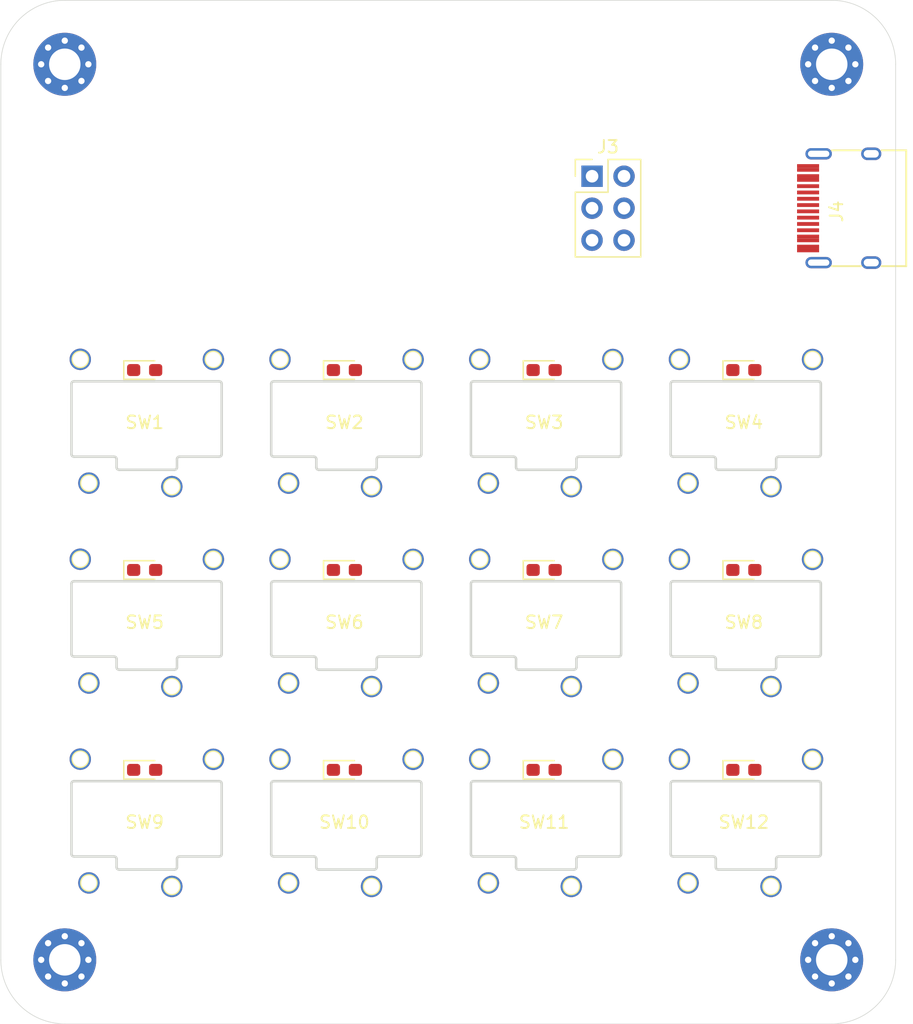
<source format=kicad_pcb>
(kicad_pcb (version 20171130) (host pcbnew "(5.1.9)-1")

  (general
    (thickness 1.6)
    (drawings 8)
    (tracks 0)
    (zones 0)
    (modules 18)
    (nets 26)
  )

  (page A4)
  (layers
    (0 F.Cu signal)
    (31 B.Cu signal)
    (32 B.Adhes user)
    (33 F.Adhes user)
    (34 B.Paste user)
    (35 F.Paste user)
    (36 B.SilkS user)
    (37 F.SilkS user)
    (38 B.Mask user)
    (39 F.Mask user)
    (40 Dwgs.User user)
    (41 Cmts.User user)
    (42 Eco1.User user)
    (43 Eco2.User user)
    (44 Edge.Cuts user)
    (45 Margin user)
    (46 B.CrtYd user)
    (47 F.CrtYd user)
    (48 B.Fab user)
    (49 F.Fab user)
  )

  (setup
    (last_trace_width 0.25)
    (trace_clearance 0.2)
    (zone_clearance 0.508)
    (zone_45_only no)
    (trace_min 0.2)
    (via_size 0.8)
    (via_drill 0.4)
    (via_min_size 0.4)
    (via_min_drill 0.3)
    (uvia_size 0.3)
    (uvia_drill 0.1)
    (uvias_allowed no)
    (uvia_min_size 0.2)
    (uvia_min_drill 0.1)
    (edge_width 0.05)
    (segment_width 0.2)
    (pcb_text_width 0.3)
    (pcb_text_size 1.5 1.5)
    (mod_edge_width 0.12)
    (mod_text_size 1 1)
    (mod_text_width 0.15)
    (pad_size 1.524 1.524)
    (pad_drill 0.762)
    (pad_to_mask_clearance 0)
    (aux_axis_origin 0 0)
    (grid_origin 220.345 69.215)
    (visible_elements 7FFFFFFF)
    (pcbplotparams
      (layerselection 0x010fc_ffffffff)
      (usegerberextensions false)
      (usegerberattributes true)
      (usegerberadvancedattributes true)
      (creategerberjobfile true)
      (excludeedgelayer true)
      (linewidth 0.100000)
      (plotframeref false)
      (viasonmask false)
      (mode 1)
      (useauxorigin false)
      (hpglpennumber 1)
      (hpglpenspeed 20)
      (hpglpendiameter 15.000000)
      (psnegative false)
      (psa4output false)
      (plotreference true)
      (plotvalue true)
      (plotinvisibletext false)
      (padsonsilk false)
      (subtractmaskfromsilk false)
      (outputformat 1)
      (mirror false)
      (drillshape 1)
      (scaleselection 1)
      (outputdirectory ""))
  )

  (net 0 "")
  (net 1 GND)
  (net 2 +5V)
  (net 3 "Net-(D1-Pad2)")
  (net 4 "Net-(D2-Pad2)")
  (net 5 "Net-(D3-Pad2)")
  (net 6 "Net-(D4-Pad2)")
  (net 7 "Net-(D5-Pad2)")
  (net 8 "Net-(D6-Pad2)")
  (net 9 "Net-(D7-Pad2)")
  (net 10 "Net-(D8-Pad2)")
  (net 11 "Net-(D9-Pad2)")
  (net 12 "Net-(D10-Pad2)")
  (net 13 "Net-(D11-Pad2)")
  (net 14 "Net-(D12-Pad2)")
  (net 15 MISO)
  (net 16 SCK)
  (net 17 MOSI)
  (net 18 RESET)
  (net 19 "Net-(J4-PadA7)")
  (net 20 "Net-(J4-PadA6)")
  (net 21 COL0)
  (net 22 LED1)
  (net 23 COL1)
  (net 24 COL2)
  (net 25 COL3)

  (net_class Default "This is the default net class."
    (clearance 0.2)
    (trace_width 0.25)
    (via_dia 0.8)
    (via_drill 0.4)
    (uvia_dia 0.3)
    (uvia_drill 0.1)
    (add_net +5V)
    (add_net COL0)
    (add_net COL1)
    (add_net COL2)
    (add_net COL3)
    (add_net GND)
    (add_net LED1)
    (add_net MISO)
    (add_net MOSI)
    (add_net "Net-(D1-Pad2)")
    (add_net "Net-(D10-Pad2)")
    (add_net "Net-(D11-Pad2)")
    (add_net "Net-(D12-Pad2)")
    (add_net "Net-(D2-Pad2)")
    (add_net "Net-(D3-Pad2)")
    (add_net "Net-(D4-Pad2)")
    (add_net "Net-(D5-Pad2)")
    (add_net "Net-(D6-Pad2)")
    (add_net "Net-(D7-Pad2)")
    (add_net "Net-(D8-Pad2)")
    (add_net "Net-(D9-Pad2)")
    (add_net "Net-(J4-PadA6)")
    (add_net "Net-(J4-PadA7)")
    (add_net RESET)
    (add_net SCK)
  )

  (module Connector_PinHeader_2.54mm:PinHeader_2x03_P2.54mm_Vertical (layer F.Cu) (tedit 59FED5CC) (tstamp 60614E90)
    (at 213.995 50.165)
    (descr "Through hole straight pin header, 2x03, 2.54mm pitch, double rows")
    (tags "Through hole pin header THT 2x03 2.54mm double row")
    (path /6063E36E/604A56C6)
    (fp_text reference J3 (at 1.27 -2.33) (layer F.SilkS)
      (effects (font (size 1 1) (thickness 0.15)))
    )
    (fp_text value Conn_01x06_Male (at 1.27 7.41) (layer F.Fab)
      (effects (font (size 1 1) (thickness 0.15)))
    )
    (fp_line (start 0 -1.27) (end 3.81 -1.27) (layer F.Fab) (width 0.1))
    (fp_line (start 3.81 -1.27) (end 3.81 6.35) (layer F.Fab) (width 0.1))
    (fp_line (start 3.81 6.35) (end -1.27 6.35) (layer F.Fab) (width 0.1))
    (fp_line (start -1.27 6.35) (end -1.27 0) (layer F.Fab) (width 0.1))
    (fp_line (start -1.27 0) (end 0 -1.27) (layer F.Fab) (width 0.1))
    (fp_line (start -1.33 6.41) (end 3.87 6.41) (layer F.SilkS) (width 0.12))
    (fp_line (start -1.33 1.27) (end -1.33 6.41) (layer F.SilkS) (width 0.12))
    (fp_line (start 3.87 -1.33) (end 3.87 6.41) (layer F.SilkS) (width 0.12))
    (fp_line (start -1.33 1.27) (end 1.27 1.27) (layer F.SilkS) (width 0.12))
    (fp_line (start 1.27 1.27) (end 1.27 -1.33) (layer F.SilkS) (width 0.12))
    (fp_line (start 1.27 -1.33) (end 3.87 -1.33) (layer F.SilkS) (width 0.12))
    (fp_line (start -1.33 0) (end -1.33 -1.33) (layer F.SilkS) (width 0.12))
    (fp_line (start -1.33 -1.33) (end 0 -1.33) (layer F.SilkS) (width 0.12))
    (fp_line (start -1.8 -1.8) (end -1.8 6.85) (layer F.CrtYd) (width 0.05))
    (fp_line (start -1.8 6.85) (end 4.35 6.85) (layer F.CrtYd) (width 0.05))
    (fp_line (start 4.35 6.85) (end 4.35 -1.8) (layer F.CrtYd) (width 0.05))
    (fp_line (start 4.35 -1.8) (end -1.8 -1.8) (layer F.CrtYd) (width 0.05))
    (fp_text user %R (at 1.27 2.54 90) (layer F.Fab)
      (effects (font (size 1 1) (thickness 0.15)))
    )
    (pad 1 thru_hole rect (at 0 0) (size 1.7 1.7) (drill 1) (layers *.Cu *.Mask)
      (net 15 MISO))
    (pad 2 thru_hole oval (at 2.54 0) (size 1.7 1.7) (drill 1) (layers *.Cu *.Mask)
      (net 2 +5V))
    (pad 3 thru_hole oval (at 0 2.54) (size 1.7 1.7) (drill 1) (layers *.Cu *.Mask)
      (net 16 SCK))
    (pad 4 thru_hole oval (at 2.54 2.54) (size 1.7 1.7) (drill 1) (layers *.Cu *.Mask)
      (net 17 MOSI))
    (pad 5 thru_hole oval (at 0 5.08) (size 1.7 1.7) (drill 1) (layers *.Cu *.Mask)
      (net 18 RESET))
    (pad 6 thru_hole oval (at 2.54 5.08) (size 1.7 1.7) (drill 1) (layers *.Cu *.Mask)
      (net 1 GND))
  )

  (module kailh-keys:KailhLP (layer F.Cu) (tedit 6060D70E) (tstamp 60614F48)
    (at 178.435 69.215)
    (path /6067645A)
    (fp_text reference SW1 (at 0 0.5) (layer F.SilkS)
      (effects (font (size 1 1) (thickness 0.15)))
    )
    (fp_text value But1 (at 0 -0.5) (layer F.Fab)
      (effects (font (size 1 1) (thickness 0.15)))
    )
    (fp_line (start -0.5 -4.0576) (end -0.8 -3.7576) (layer F.Fab) (width 0.1))
    (fp_line (start -1.66 -4.3926) (end -1.66 -2.9226) (layer F.SilkS) (width 0.12))
    (fp_line (start -0.8 -3.2576) (end 0.8 -3.2576) (layer F.Fab) (width 0.1))
    (fp_line (start 1.65 -4.3876) (end 1.65 -2.9276) (layer F.CrtYd) (width 0.05))
    (fp_line (start 0.8 -4.3926) (end -1.66 -4.3926) (layer F.SilkS) (width 0.12))
    (fp_line (start -1.65 -4.3876) (end 1.65 -4.3876) (layer F.CrtYd) (width 0.05))
    (fp_line (start 0.8 -4.0576) (end -0.5 -4.0576) (layer F.Fab) (width 0.1))
    (fp_line (start -0.8 -3.7576) (end -0.8 -3.2576) (layer F.Fab) (width 0.1))
    (fp_line (start -1.66 -2.9226) (end 0.8 -2.9226) (layer F.SilkS) (width 0.12))
    (fp_line (start 0.8 -3.2576) (end 0.8 -4.0576) (layer F.Fab) (width 0.1))
    (fp_line (start 1.65 -2.9276) (end -1.65 -2.9276) (layer F.CrtYd) (width 0.05))
    (fp_line (start 2.76831 3.221903) (end 5.921518 3.221903) (layer Edge.Cuts) (width 0.2))
    (fp_circle (center -4.43741 5.320344) (end -3.83741 5.320344) (layer F.SilkS) (width 0.2))
    (fp_line (start -2.032 4.264) (end 2.36831 4.264) (layer Edge.Cuts) (width 0.2))
    (fp_line (start 2.56831 3.421903) (end 2.56831 4.064) (layer Edge.Cuts) (width 0.2))
    (fp_circle (center 2.157764 5.605115) (end 2.757764 5.605115) (layer F.SilkS) (width 0.2))
    (fp_line (start -5.817941 3.021903) (end -5.817941 -2.561768) (layer Edge.Cuts) (width 0.2))
    (fp_line (start 6.121518 3.021903) (end 6.121518 -2.561768) (layer Edge.Cuts) (width 0.2))
    (fp_line (start -5.617941 -2.761768) (end 5.921518 -2.761768) (layer Edge.Cuts) (width 0.2))
    (fp_line (start -2.232 3.421903) (end -2.232 4.064) (layer Edge.Cuts) (width 0.2))
    (fp_circle (center 5.456664 -4.5024) (end 6.056664 -4.5024) (layer F.SilkS) (width 0.2))
    (fp_circle (center -5.118582 -4.5024) (end -4.518582 -4.5024) (layer F.SilkS) (width 0.2))
    (fp_line (start -5.617941 3.221903) (end -2.432 3.221903) (layer Edge.Cuts) (width 0.2))
    (fp_arc (start -2.032 4.064) (end -2.232 4.064) (angle -90) (layer Edge.Cuts) (width 0.2))
    (fp_arc (start -2.432 3.421903) (end -2.232 3.421903) (angle -90) (layer Edge.Cuts) (width 0.2))
    (fp_arc (start 5.921518 -2.561768) (end 6.121518 -2.561768) (angle -90) (layer Edge.Cuts) (width 0.2))
    (fp_arc (start -5.617941 3.021903) (end -5.817941 3.021903) (angle -90) (layer Edge.Cuts) (width 0.2))
    (fp_arc (start 5.921518 3.021903) (end 5.921518 3.221903) (angle -90) (layer Edge.Cuts) (width 0.2))
    (fp_arc (start -5.617941 -2.561768) (end -5.617941 -2.761768) (angle -90) (layer Edge.Cuts) (width 0.2))
    (fp_arc (start 2.36831 4.064) (end 2.36831 4.264) (angle -90) (layer Edge.Cuts) (width 0.2))
    (fp_arc (start 2.76831 3.421903) (end 2.76831 3.221903) (angle -90) (layer Edge.Cuts) (width 0.2))
    (fp_text user %R (at 0 -3.6576) (layer F.Fab)
      (effects (font (size 0.4 0.4) (thickness 0.06)))
    )
    (pad 1 thru_hole circle (at -5.1181 -4.5085) (size 1.7 1.7) (drill 1.2) (layers *.Cu *.Mask)
      (net 3 "Net-(D1-Pad2)"))
    (pad 2 thru_hole circle (at 5.461 -4.4958) (size 1.7 1.7) (drill 1.2) (layers *.Cu *.Mask)
      (net 21 COL0))
    (pad 3 thru_hole circle (at -4.4323 5.3213) (size 1.7 1.7) (drill 1.2) (layers *.Cu *.Mask))
    (pad 3 thru_hole circle (at 2.159 5.6007) (size 1.7 1.7) (drill 1.2) (layers *.Cu *.Mask))
    (pad 5 smd roundrect (at 0.875 -3.6576) (size 1.05 0.95) (layers F.Cu F.Paste F.Mask) (roundrect_rratio 0.25)
      (net 22 LED1))
    (pad 6 smd roundrect (at -0.875 -3.6576) (size 1.05 0.95) (layers F.Cu F.Paste F.Mask) (roundrect_rratio 0.25)
      (net 1 GND))
  )

  (module kailh-keys:KailhLP (layer F.Cu) (tedit 6060D70E) (tstamp 60614F72)
    (at 194.31 69.215)
    (path /6069A2AB)
    (fp_text reference SW2 (at 0 0.5) (layer F.SilkS)
      (effects (font (size 1 1) (thickness 0.15)))
    )
    (fp_text value But5 (at 0 -0.5) (layer F.Fab)
      (effects (font (size 1 1) (thickness 0.15)))
    )
    (fp_line (start -5.617941 3.221903) (end -2.432 3.221903) (layer Edge.Cuts) (width 0.2))
    (fp_circle (center -5.118582 -4.5024) (end -4.518582 -4.5024) (layer F.SilkS) (width 0.2))
    (fp_circle (center 5.456664 -4.5024) (end 6.056664 -4.5024) (layer F.SilkS) (width 0.2))
    (fp_line (start -2.232 3.421903) (end -2.232 4.064) (layer Edge.Cuts) (width 0.2))
    (fp_line (start -5.617941 -2.761768) (end 5.921518 -2.761768) (layer Edge.Cuts) (width 0.2))
    (fp_line (start 6.121518 3.021903) (end 6.121518 -2.561768) (layer Edge.Cuts) (width 0.2))
    (fp_line (start -5.817941 3.021903) (end -5.817941 -2.561768) (layer Edge.Cuts) (width 0.2))
    (fp_circle (center 2.157764 5.605115) (end 2.757764 5.605115) (layer F.SilkS) (width 0.2))
    (fp_line (start 2.56831 3.421903) (end 2.56831 4.064) (layer Edge.Cuts) (width 0.2))
    (fp_line (start -2.032 4.264) (end 2.36831 4.264) (layer Edge.Cuts) (width 0.2))
    (fp_circle (center -4.43741 5.320344) (end -3.83741 5.320344) (layer F.SilkS) (width 0.2))
    (fp_line (start 2.76831 3.221903) (end 5.921518 3.221903) (layer Edge.Cuts) (width 0.2))
    (fp_line (start 1.65 -2.9276) (end -1.65 -2.9276) (layer F.CrtYd) (width 0.05))
    (fp_line (start 0.8 -3.2576) (end 0.8 -4.0576) (layer F.Fab) (width 0.1))
    (fp_line (start -1.66 -2.9226) (end 0.8 -2.9226) (layer F.SilkS) (width 0.12))
    (fp_line (start -0.8 -3.7576) (end -0.8 -3.2576) (layer F.Fab) (width 0.1))
    (fp_line (start 0.8 -4.0576) (end -0.5 -4.0576) (layer F.Fab) (width 0.1))
    (fp_line (start -1.65 -4.3876) (end 1.65 -4.3876) (layer F.CrtYd) (width 0.05))
    (fp_line (start 0.8 -4.3926) (end -1.66 -4.3926) (layer F.SilkS) (width 0.12))
    (fp_line (start 1.65 -4.3876) (end 1.65 -2.9276) (layer F.CrtYd) (width 0.05))
    (fp_line (start -0.8 -3.2576) (end 0.8 -3.2576) (layer F.Fab) (width 0.1))
    (fp_line (start -1.66 -4.3926) (end -1.66 -2.9226) (layer F.SilkS) (width 0.12))
    (fp_line (start -0.5 -4.0576) (end -0.8 -3.7576) (layer F.Fab) (width 0.1))
    (fp_text user %R (at 0 -3.6576) (layer F.Fab)
      (effects (font (size 0.4 0.4) (thickness 0.06)))
    )
    (fp_arc (start 2.76831 3.421903) (end 2.76831 3.221903) (angle -90) (layer Edge.Cuts) (width 0.2))
    (fp_arc (start 2.36831 4.064) (end 2.36831 4.264) (angle -90) (layer Edge.Cuts) (width 0.2))
    (fp_arc (start -5.617941 -2.561768) (end -5.617941 -2.761768) (angle -90) (layer Edge.Cuts) (width 0.2))
    (fp_arc (start 5.921518 3.021903) (end 5.921518 3.221903) (angle -90) (layer Edge.Cuts) (width 0.2))
    (fp_arc (start -5.617941 3.021903) (end -5.817941 3.021903) (angle -90) (layer Edge.Cuts) (width 0.2))
    (fp_arc (start 5.921518 -2.561768) (end 6.121518 -2.561768) (angle -90) (layer Edge.Cuts) (width 0.2))
    (fp_arc (start -2.432 3.421903) (end -2.232 3.421903) (angle -90) (layer Edge.Cuts) (width 0.2))
    (fp_arc (start -2.032 4.064) (end -2.232 4.064) (angle -90) (layer Edge.Cuts) (width 0.2))
    (pad 6 smd roundrect (at -0.875 -3.6576) (size 1.05 0.95) (layers F.Cu F.Paste F.Mask) (roundrect_rratio 0.25)
      (net 1 GND))
    (pad 5 smd roundrect (at 0.875 -3.6576) (size 1.05 0.95) (layers F.Cu F.Paste F.Mask) (roundrect_rratio 0.25)
      (net 22 LED1))
    (pad 3 thru_hole circle (at 2.159 5.6007) (size 1.7 1.7) (drill 1.2) (layers *.Cu *.Mask))
    (pad 3 thru_hole circle (at -4.4323 5.3213) (size 1.7 1.7) (drill 1.2) (layers *.Cu *.Mask))
    (pad 2 thru_hole circle (at 5.461 -4.4958) (size 1.7 1.7) (drill 1.2) (layers *.Cu *.Mask)
      (net 21 COL0))
    (pad 1 thru_hole circle (at -5.1181 -4.5085) (size 1.7 1.7) (drill 1.2) (layers *.Cu *.Mask)
      (net 4 "Net-(D2-Pad2)"))
  )

  (module MountingHole:MountingHole_2.5mm_Pad_Via (layer F.Cu) (tedit 56DDBAEA) (tstamp 60614E39)
    (at 233.045 41.275)
    (descr "Mounting Hole 2.5mm")
    (tags "mounting hole 2.5mm")
    (path /6063E36E/6043CF6A)
    (attr virtual)
    (fp_text reference H1 (at 0 -3.5) (layer F.SilkS) hide
      (effects (font (size 1 1) (thickness 0.15)))
    )
    (fp_text value MountingHole (at 0 3.5) (layer F.Fab)
      (effects (font (size 1 1) (thickness 0.15)))
    )
    (fp_circle (center 0 0) (end 2.75 0) (layer F.CrtYd) (width 0.05))
    (fp_circle (center 0 0) (end 2.5 0) (layer Cmts.User) (width 0.15))
    (fp_text user %R (at 0.3 0) (layer F.Fab)
      (effects (font (size 1 1) (thickness 0.15)))
    )
    (pad 1 thru_hole circle (at 1.325825 -1.325825) (size 0.8 0.8) (drill 0.5) (layers *.Cu *.Mask))
    (pad 1 thru_hole circle (at 0 -1.875) (size 0.8 0.8) (drill 0.5) (layers *.Cu *.Mask))
    (pad 1 thru_hole circle (at -1.325825 -1.325825) (size 0.8 0.8) (drill 0.5) (layers *.Cu *.Mask))
    (pad 1 thru_hole circle (at -1.875 0) (size 0.8 0.8) (drill 0.5) (layers *.Cu *.Mask))
    (pad 1 thru_hole circle (at -1.325825 1.325825) (size 0.8 0.8) (drill 0.5) (layers *.Cu *.Mask))
    (pad 1 thru_hole circle (at 0 1.875) (size 0.8 0.8) (drill 0.5) (layers *.Cu *.Mask))
    (pad 1 thru_hole circle (at 1.325825 1.325825) (size 0.8 0.8) (drill 0.5) (layers *.Cu *.Mask))
    (pad 1 thru_hole circle (at 1.875 0) (size 0.8 0.8) (drill 0.5) (layers *.Cu *.Mask))
    (pad 1 thru_hole circle (at 0 0) (size 5 5) (drill 2.5) (layers *.Cu *.Mask))
  )

  (module MountingHole:MountingHole_2.5mm_Pad_Via (layer F.Cu) (tedit 56DDBAEA) (tstamp 60614E49)
    (at 172.085 41.275)
    (descr "Mounting Hole 2.5mm")
    (tags "mounting hole 2.5mm")
    (path /6063E36E/60440596)
    (attr virtual)
    (fp_text reference H2 (at 0 -3.5) (layer F.SilkS) hide
      (effects (font (size 1 1) (thickness 0.15)))
    )
    (fp_text value MountingHole (at 0 3.5) (layer F.Fab)
      (effects (font (size 1 1) (thickness 0.15)))
    )
    (fp_circle (center 0 0) (end 2.75 0) (layer F.CrtYd) (width 0.05))
    (fp_circle (center 0 0) (end 2.5 0) (layer Cmts.User) (width 0.15))
    (fp_text user %R (at 0.3 0) (layer F.Fab)
      (effects (font (size 1 1) (thickness 0.15)))
    )
    (pad 1 thru_hole circle (at 1.325825 -1.325825) (size 0.8 0.8) (drill 0.5) (layers *.Cu *.Mask))
    (pad 1 thru_hole circle (at 0 -1.875) (size 0.8 0.8) (drill 0.5) (layers *.Cu *.Mask))
    (pad 1 thru_hole circle (at -1.325825 -1.325825) (size 0.8 0.8) (drill 0.5) (layers *.Cu *.Mask))
    (pad 1 thru_hole circle (at -1.875 0) (size 0.8 0.8) (drill 0.5) (layers *.Cu *.Mask))
    (pad 1 thru_hole circle (at -1.325825 1.325825) (size 0.8 0.8) (drill 0.5) (layers *.Cu *.Mask))
    (pad 1 thru_hole circle (at 0 1.875) (size 0.8 0.8) (drill 0.5) (layers *.Cu *.Mask))
    (pad 1 thru_hole circle (at 1.325825 1.325825) (size 0.8 0.8) (drill 0.5) (layers *.Cu *.Mask))
    (pad 1 thru_hole circle (at 1.875 0) (size 0.8 0.8) (drill 0.5) (layers *.Cu *.Mask))
    (pad 1 thru_hole circle (at 0 0) (size 5 5) (drill 2.5) (layers *.Cu *.Mask))
  )

  (module MountingHole:MountingHole_2.5mm_Pad_Via (layer F.Cu) (tedit 56DDBAEA) (tstamp 60614E59)
    (at 172.085 112.395)
    (descr "Mounting Hole 2.5mm")
    (tags "mounting hole 2.5mm")
    (path /6063E36E/6043F4A4)
    (attr virtual)
    (fp_text reference H3 (at 0 -3.5) (layer F.SilkS) hide
      (effects (font (size 1 1) (thickness 0.15)))
    )
    (fp_text value MountingHole (at 0 3.5) (layer F.Fab)
      (effects (font (size 1 1) (thickness 0.15)))
    )
    (fp_circle (center 0 0) (end 2.5 0) (layer Cmts.User) (width 0.15))
    (fp_circle (center 0 0) (end 2.75 0) (layer F.CrtYd) (width 0.05))
    (fp_text user %R (at 0.3 0) (layer F.Fab)
      (effects (font (size 1 1) (thickness 0.15)))
    )
    (pad 1 thru_hole circle (at 0 0) (size 5 5) (drill 2.5) (layers *.Cu *.Mask))
    (pad 1 thru_hole circle (at 1.875 0) (size 0.8 0.8) (drill 0.5) (layers *.Cu *.Mask))
    (pad 1 thru_hole circle (at 1.325825 1.325825) (size 0.8 0.8) (drill 0.5) (layers *.Cu *.Mask))
    (pad 1 thru_hole circle (at 0 1.875) (size 0.8 0.8) (drill 0.5) (layers *.Cu *.Mask))
    (pad 1 thru_hole circle (at -1.325825 1.325825) (size 0.8 0.8) (drill 0.5) (layers *.Cu *.Mask))
    (pad 1 thru_hole circle (at -1.875 0) (size 0.8 0.8) (drill 0.5) (layers *.Cu *.Mask))
    (pad 1 thru_hole circle (at -1.325825 -1.325825) (size 0.8 0.8) (drill 0.5) (layers *.Cu *.Mask))
    (pad 1 thru_hole circle (at 0 -1.875) (size 0.8 0.8) (drill 0.5) (layers *.Cu *.Mask))
    (pad 1 thru_hole circle (at 1.325825 -1.325825) (size 0.8 0.8) (drill 0.5) (layers *.Cu *.Mask))
  )

  (module MountingHole:MountingHole_2.5mm_Pad_Via (layer F.Cu) (tedit 56DDBAEA) (tstamp 60614E69)
    (at 233.045 112.395)
    (descr "Mounting Hole 2.5mm")
    (tags "mounting hole 2.5mm")
    (path /6063E36E/60440D18)
    (attr virtual)
    (fp_text reference H4 (at 0 -3.5) (layer F.SilkS) hide
      (effects (font (size 1 1) (thickness 0.15)))
    )
    (fp_text value MountingHole (at 0 3.5) (layer F.Fab)
      (effects (font (size 1 1) (thickness 0.15)))
    )
    (fp_circle (center 0 0) (end 2.5 0) (layer Cmts.User) (width 0.15))
    (fp_circle (center 0 0) (end 2.75 0) (layer F.CrtYd) (width 0.05))
    (fp_text user %R (at 0.3 0) (layer F.Fab)
      (effects (font (size 1 1) (thickness 0.15)))
    )
    (pad 1 thru_hole circle (at 0 0) (size 5 5) (drill 2.5) (layers *.Cu *.Mask))
    (pad 1 thru_hole circle (at 1.875 0) (size 0.8 0.8) (drill 0.5) (layers *.Cu *.Mask))
    (pad 1 thru_hole circle (at 1.325825 1.325825) (size 0.8 0.8) (drill 0.5) (layers *.Cu *.Mask))
    (pad 1 thru_hole circle (at 0 1.875) (size 0.8 0.8) (drill 0.5) (layers *.Cu *.Mask))
    (pad 1 thru_hole circle (at -1.325825 1.325825) (size 0.8 0.8) (drill 0.5) (layers *.Cu *.Mask))
    (pad 1 thru_hole circle (at -1.875 0) (size 0.8 0.8) (drill 0.5) (layers *.Cu *.Mask))
    (pad 1 thru_hole circle (at -1.325825 -1.325825) (size 0.8 0.8) (drill 0.5) (layers *.Cu *.Mask))
    (pad 1 thru_hole circle (at 0 -1.875) (size 0.8 0.8) (drill 0.5) (layers *.Cu *.Mask))
    (pad 1 thru_hole circle (at 1.325825 -1.325825) (size 0.8 0.8) (drill 0.5) (layers *.Cu *.Mask))
  )

  (module 27sharp:GT-USB-7010 (layer F.Cu) (tedit 600466F5) (tstamp 60614EB8)
    (at 234.315 52.705 90)
    (descr "USB TYPE C, RA RCPT PCB, SMT, https://github.com/arturo182/GT-USB-7010/raw/master/GT-USB-7010.pdf")
    (tags "USB C Type-C Receptacle SMD")
    (path /6063E36E/604AE756)
    (fp_text reference J4 (at -0.254 -0.889 90) (layer F.SilkS)
      (effects (font (size 1 1) (thickness 0.15)))
    )
    (fp_text value USB_C_Receptacle (at -14.224 -3.937) (layer F.Fab) hide
      (effects (font (size 1 1) (thickness 0.15)))
    )
    (fp_line (start -4.47 -3.425) (end 4.47 -3.425) (layer F.Fab) (width 0.12))
    (fp_line (start 4.47 -3.425) (end 4.47 4.525) (layer F.Fab) (width 0.12))
    (fp_line (start 4.47 4.525) (end -4.47 4.525) (layer F.Fab) (width 0.12))
    (fp_line (start -4.47 -3.425) (end -4.47 4.525) (layer F.Fab) (width 0.12))
    (fp_line (start 4.6 4.65) (end -4.6 4.65) (layer F.SilkS) (width 0.15))
    (fp_line (start -4.6 4.65) (end -4.6 2.7) (layer F.SilkS) (width 0.15))
    (fp_line (start -4.6 1.05) (end -4.6 -1.25) (layer F.SilkS) (width 0.15))
    (fp_line (start 4.6 4.65) (end 4.6 2.7) (layer F.SilkS) (width 0.15))
    (fp_line (start 4.6 1.05) (end 4.6 -1.25) (layer F.SilkS) (width 0.15))
    (fp_line (start -5 -4.6) (end 5 -4.6) (layer F.CrtYd) (width 0.12))
    (fp_line (start 5 -4.6) (end 5 5.15) (layer F.CrtYd) (width 0.12))
    (fp_line (start -5 -4.6) (end -5 5.15) (layer F.CrtYd) (width 0.12))
    (fp_line (start -5 5.15) (end 5 5.15) (layer F.CrtYd) (width 0.12))
    (fp_text user REF* (at 0 0 90) (layer F.Fab)
      (effects (font (size 1 1) (thickness 0.1)))
    )
    (pad S1 thru_hole oval (at -4.32 1.87 90) (size 1 1.6) (drill oval 0.6 1.2) (layers *.Cu *.Mask)
      (net 1 GND))
    (pad S1 thru_hole oval (at 4.32 1.87 90) (size 1 1.6) (drill oval 0.6 1.2) (layers *.Cu *.Mask)
      (net 1 GND))
    (pad S1 thru_hole oval (at -4.32 -2.31 90) (size 0.9 2.1) (drill oval 0.5 1.7) (layers *.Cu *.Mask)
      (net 1 GND))
    (pad S1 thru_hole oval (at 4.32 -2.31 90) (size 0.9 2.1) (drill oval 0.5 1.7) (layers *.Cu *.Mask)
      (net 1 GND))
    (pad "" np_thru_hole circle (at -2.89 -1.81 90) (size 0.65 0.65) (drill 0.65) (layers *.Cu *.Mask))
    (pad "" np_thru_hole circle (at 2.89 -1.81 90) (size 0.65 0.65) (drill 0.65) (layers *.Cu *.Mask))
    (pad A7 smd rect (at 0.25 -3.15 90) (size 0.3 1.75) (layers F.Cu F.Paste F.Mask)
      (net 19 "Net-(J4-PadA7)"))
    (pad B6 smd rect (at 0.75 -3.15 90) (size 0.3 1.75) (layers F.Cu F.Paste F.Mask)
      (net 20 "Net-(J4-PadA6)"))
    (pad A8 smd rect (at 1.25 -3.15 90) (size 0.3 1.75) (layers F.Cu F.Paste F.Mask))
    (pad B5 smd rect (at 1.75 -3.15 90) (size 0.3 1.75) (layers F.Cu F.Paste F.Mask))
    (pad B7 smd rect (at -0.75 -3.15 90) (size 0.3 1.75) (layers F.Cu F.Paste F.Mask)
      (net 19 "Net-(J4-PadA7)"))
    (pad B8 smd rect (at -1.75 -3.15 90) (size 0.3 1.75) (layers F.Cu F.Paste F.Mask))
    (pad A5 smd rect (at -1.25 -3.15 90) (size 0.3 1.75) (layers F.Cu F.Paste F.Mask))
    (pad A6 smd rect (at -0.25 -3.15 90) (size 0.3 1.75) (layers F.Cu F.Paste F.Mask)
      (net 20 "Net-(J4-PadA6)"))
    (pad A1 smd rect (at -3.35 -3.15 90) (size 0.3 1.75) (layers F.Cu F.Paste F.Mask)
      (net 1 GND))
    (pad B12 smd rect (at -3.05 -3.15 90) (size 0.3 1.75) (layers F.Cu F.Paste F.Mask)
      (net 1 GND))
    (pad A4 smd rect (at -2.55 -3.15 90) (size 0.3 1.75) (layers F.Cu F.Paste F.Mask)
      (net 2 +5V))
    (pad B9 smd rect (at -2.25 -3.15 90) (size 0.3 1.75) (layers F.Cu F.Paste F.Mask)
      (net 2 +5V))
    (pad A9 smd rect (at 2.55 -3.15 90) (size 0.3 1.75) (layers F.Cu F.Paste F.Mask)
      (net 2 +5V))
    (pad B4 smd rect (at 2.25 -3.15 90) (size 0.3 1.75) (layers F.Cu F.Paste F.Mask)
      (net 2 +5V))
    (pad B1 smd rect (at 3.05 -3.15 90) (size 0.3 1.75) (layers F.Cu F.Paste F.Mask)
      (net 1 GND))
    (pad A12 smd rect (at 3.35 -3.15 90) (size 0.3 1.75) (layers F.Cu F.Paste F.Mask)
      (net 1 GND))
  )

  (module kailh-keys:KailhLP (layer F.Cu) (tedit 6060D70E) (tstamp 60614F9C)
    (at 210.185 69.215)
    (path /6069F8DC)
    (fp_text reference SW3 (at 0 0.5) (layer F.SilkS)
      (effects (font (size 1 1) (thickness 0.15)))
    )
    (fp_text value But9 (at 0 -0.5) (layer F.Fab)
      (effects (font (size 1 1) (thickness 0.15)))
    )
    (fp_line (start -0.5 -4.0576) (end -0.8 -3.7576) (layer F.Fab) (width 0.1))
    (fp_line (start -1.66 -4.3926) (end -1.66 -2.9226) (layer F.SilkS) (width 0.12))
    (fp_line (start -0.8 -3.2576) (end 0.8 -3.2576) (layer F.Fab) (width 0.1))
    (fp_line (start 1.65 -4.3876) (end 1.65 -2.9276) (layer F.CrtYd) (width 0.05))
    (fp_line (start 0.8 -4.3926) (end -1.66 -4.3926) (layer F.SilkS) (width 0.12))
    (fp_line (start -1.65 -4.3876) (end 1.65 -4.3876) (layer F.CrtYd) (width 0.05))
    (fp_line (start 0.8 -4.0576) (end -0.5 -4.0576) (layer F.Fab) (width 0.1))
    (fp_line (start -0.8 -3.7576) (end -0.8 -3.2576) (layer F.Fab) (width 0.1))
    (fp_line (start -1.66 -2.9226) (end 0.8 -2.9226) (layer F.SilkS) (width 0.12))
    (fp_line (start 0.8 -3.2576) (end 0.8 -4.0576) (layer F.Fab) (width 0.1))
    (fp_line (start 1.65 -2.9276) (end -1.65 -2.9276) (layer F.CrtYd) (width 0.05))
    (fp_line (start 2.76831 3.221903) (end 5.921518 3.221903) (layer Edge.Cuts) (width 0.2))
    (fp_circle (center -4.43741 5.320344) (end -3.83741 5.320344) (layer F.SilkS) (width 0.2))
    (fp_line (start -2.032 4.264) (end 2.36831 4.264) (layer Edge.Cuts) (width 0.2))
    (fp_line (start 2.56831 3.421903) (end 2.56831 4.064) (layer Edge.Cuts) (width 0.2))
    (fp_circle (center 2.157764 5.605115) (end 2.757764 5.605115) (layer F.SilkS) (width 0.2))
    (fp_line (start -5.817941 3.021903) (end -5.817941 -2.561768) (layer Edge.Cuts) (width 0.2))
    (fp_line (start 6.121518 3.021903) (end 6.121518 -2.561768) (layer Edge.Cuts) (width 0.2))
    (fp_line (start -5.617941 -2.761768) (end 5.921518 -2.761768) (layer Edge.Cuts) (width 0.2))
    (fp_line (start -2.232 3.421903) (end -2.232 4.064) (layer Edge.Cuts) (width 0.2))
    (fp_circle (center 5.456664 -4.5024) (end 6.056664 -4.5024) (layer F.SilkS) (width 0.2))
    (fp_circle (center -5.118582 -4.5024) (end -4.518582 -4.5024) (layer F.SilkS) (width 0.2))
    (fp_line (start -5.617941 3.221903) (end -2.432 3.221903) (layer Edge.Cuts) (width 0.2))
    (fp_arc (start -2.032 4.064) (end -2.232 4.064) (angle -90) (layer Edge.Cuts) (width 0.2))
    (fp_arc (start -2.432 3.421903) (end -2.232 3.421903) (angle -90) (layer Edge.Cuts) (width 0.2))
    (fp_arc (start 5.921518 -2.561768) (end 6.121518 -2.561768) (angle -90) (layer Edge.Cuts) (width 0.2))
    (fp_arc (start -5.617941 3.021903) (end -5.817941 3.021903) (angle -90) (layer Edge.Cuts) (width 0.2))
    (fp_arc (start 5.921518 3.021903) (end 5.921518 3.221903) (angle -90) (layer Edge.Cuts) (width 0.2))
    (fp_arc (start -5.617941 -2.561768) (end -5.617941 -2.761768) (angle -90) (layer Edge.Cuts) (width 0.2))
    (fp_arc (start 2.36831 4.064) (end 2.36831 4.264) (angle -90) (layer Edge.Cuts) (width 0.2))
    (fp_arc (start 2.76831 3.421903) (end 2.76831 3.221903) (angle -90) (layer Edge.Cuts) (width 0.2))
    (fp_text user %R (at 0 -3.6576) (layer F.Fab)
      (effects (font (size 0.4 0.4) (thickness 0.06)))
    )
    (pad 1 thru_hole circle (at -5.1181 -4.5085) (size 1.7 1.7) (drill 1.2) (layers *.Cu *.Mask)
      (net 5 "Net-(D3-Pad2)"))
    (pad 2 thru_hole circle (at 5.461 -4.4958) (size 1.7 1.7) (drill 1.2) (layers *.Cu *.Mask)
      (net 21 COL0))
    (pad 3 thru_hole circle (at -4.4323 5.3213) (size 1.7 1.7) (drill 1.2) (layers *.Cu *.Mask))
    (pad 3 thru_hole circle (at 2.159 5.6007) (size 1.7 1.7) (drill 1.2) (layers *.Cu *.Mask))
    (pad 5 smd roundrect (at 0.875 -3.6576) (size 1.05 0.95) (layers F.Cu F.Paste F.Mask) (roundrect_rratio 0.25)
      (net 22 LED1))
    (pad 6 smd roundrect (at -0.875 -3.6576) (size 1.05 0.95) (layers F.Cu F.Paste F.Mask) (roundrect_rratio 0.25)
      (net 1 GND))
  )

  (module kailh-keys:KailhLP (layer F.Cu) (tedit 6060D70E) (tstamp 60614FC6)
    (at 226.06 69.215)
    (path /60696988)
    (fp_text reference SW4 (at 0 0.5) (layer F.SilkS)
      (effects (font (size 1 1) (thickness 0.15)))
    )
    (fp_text value But2 (at 0 -0.5) (layer F.Fab)
      (effects (font (size 1 1) (thickness 0.15)))
    )
    (fp_line (start -5.617941 3.221903) (end -2.432 3.221903) (layer Edge.Cuts) (width 0.2))
    (fp_circle (center -5.118582 -4.5024) (end -4.518582 -4.5024) (layer F.SilkS) (width 0.2))
    (fp_circle (center 5.456664 -4.5024) (end 6.056664 -4.5024) (layer F.SilkS) (width 0.2))
    (fp_line (start -2.232 3.421903) (end -2.232 4.064) (layer Edge.Cuts) (width 0.2))
    (fp_line (start -5.617941 -2.761768) (end 5.921518 -2.761768) (layer Edge.Cuts) (width 0.2))
    (fp_line (start 6.121518 3.021903) (end 6.121518 -2.561768) (layer Edge.Cuts) (width 0.2))
    (fp_line (start -5.817941 3.021903) (end -5.817941 -2.561768) (layer Edge.Cuts) (width 0.2))
    (fp_circle (center 2.157764 5.605115) (end 2.757764 5.605115) (layer F.SilkS) (width 0.2))
    (fp_line (start 2.56831 3.421903) (end 2.56831 4.064) (layer Edge.Cuts) (width 0.2))
    (fp_line (start -2.032 4.264) (end 2.36831 4.264) (layer Edge.Cuts) (width 0.2))
    (fp_circle (center -4.43741 5.320344) (end -3.83741 5.320344) (layer F.SilkS) (width 0.2))
    (fp_line (start 2.76831 3.221903) (end 5.921518 3.221903) (layer Edge.Cuts) (width 0.2))
    (fp_line (start 1.65 -2.9276) (end -1.65 -2.9276) (layer F.CrtYd) (width 0.05))
    (fp_line (start 0.8 -3.2576) (end 0.8 -4.0576) (layer F.Fab) (width 0.1))
    (fp_line (start -1.66 -2.9226) (end 0.8 -2.9226) (layer F.SilkS) (width 0.12))
    (fp_line (start -0.8 -3.7576) (end -0.8 -3.2576) (layer F.Fab) (width 0.1))
    (fp_line (start 0.8 -4.0576) (end -0.5 -4.0576) (layer F.Fab) (width 0.1))
    (fp_line (start -1.65 -4.3876) (end 1.65 -4.3876) (layer F.CrtYd) (width 0.05))
    (fp_line (start 0.8 -4.3926) (end -1.66 -4.3926) (layer F.SilkS) (width 0.12))
    (fp_line (start 1.65 -4.3876) (end 1.65 -2.9276) (layer F.CrtYd) (width 0.05))
    (fp_line (start -0.8 -3.2576) (end 0.8 -3.2576) (layer F.Fab) (width 0.1))
    (fp_line (start -1.66 -4.3926) (end -1.66 -2.9226) (layer F.SilkS) (width 0.12))
    (fp_line (start -0.5 -4.0576) (end -0.8 -3.7576) (layer F.Fab) (width 0.1))
    (fp_text user %R (at 0 -3.6576) (layer F.Fab)
      (effects (font (size 0.4 0.4) (thickness 0.06)))
    )
    (fp_arc (start 2.76831 3.421903) (end 2.76831 3.221903) (angle -90) (layer Edge.Cuts) (width 0.2))
    (fp_arc (start 2.36831 4.064) (end 2.36831 4.264) (angle -90) (layer Edge.Cuts) (width 0.2))
    (fp_arc (start -5.617941 -2.561768) (end -5.617941 -2.761768) (angle -90) (layer Edge.Cuts) (width 0.2))
    (fp_arc (start 5.921518 3.021903) (end 5.921518 3.221903) (angle -90) (layer Edge.Cuts) (width 0.2))
    (fp_arc (start -5.617941 3.021903) (end -5.817941 3.021903) (angle -90) (layer Edge.Cuts) (width 0.2))
    (fp_arc (start 5.921518 -2.561768) (end 6.121518 -2.561768) (angle -90) (layer Edge.Cuts) (width 0.2))
    (fp_arc (start -2.432 3.421903) (end -2.232 3.421903) (angle -90) (layer Edge.Cuts) (width 0.2))
    (fp_arc (start -2.032 4.064) (end -2.232 4.064) (angle -90) (layer Edge.Cuts) (width 0.2))
    (pad 6 smd roundrect (at -0.875 -3.6576) (size 1.05 0.95) (layers F.Cu F.Paste F.Mask) (roundrect_rratio 0.25)
      (net 1 GND))
    (pad 5 smd roundrect (at 0.875 -3.6576) (size 1.05 0.95) (layers F.Cu F.Paste F.Mask) (roundrect_rratio 0.25)
      (net 22 LED1))
    (pad 3 thru_hole circle (at 2.159 5.6007) (size 1.7 1.7) (drill 1.2) (layers *.Cu *.Mask))
    (pad 3 thru_hole circle (at -4.4323 5.3213) (size 1.7 1.7) (drill 1.2) (layers *.Cu *.Mask))
    (pad 2 thru_hole circle (at 5.461 -4.4958) (size 1.7 1.7) (drill 1.2) (layers *.Cu *.Mask)
      (net 23 COL1))
    (pad 1 thru_hole circle (at -5.1181 -4.5085) (size 1.7 1.7) (drill 1.2) (layers *.Cu *.Mask)
      (net 6 "Net-(D4-Pad2)"))
  )

  (module kailh-keys:KailhLP (layer F.Cu) (tedit 6060D70E) (tstamp 60614FF0)
    (at 178.435 85.09)
    (path /6069A41F)
    (fp_text reference SW5 (at 0 0.5) (layer F.SilkS)
      (effects (font (size 1 1) (thickness 0.15)))
    )
    (fp_text value But6 (at 0 -0.5) (layer F.Fab)
      (effects (font (size 1 1) (thickness 0.15)))
    )
    (fp_line (start -5.617941 3.221903) (end -2.432 3.221903) (layer Edge.Cuts) (width 0.2))
    (fp_circle (center -5.118582 -4.5024) (end -4.518582 -4.5024) (layer F.SilkS) (width 0.2))
    (fp_circle (center 5.456664 -4.5024) (end 6.056664 -4.5024) (layer F.SilkS) (width 0.2))
    (fp_line (start -2.232 3.421903) (end -2.232 4.064) (layer Edge.Cuts) (width 0.2))
    (fp_line (start -5.617941 -2.761768) (end 5.921518 -2.761768) (layer Edge.Cuts) (width 0.2))
    (fp_line (start 6.121518 3.021903) (end 6.121518 -2.561768) (layer Edge.Cuts) (width 0.2))
    (fp_line (start -5.817941 3.021903) (end -5.817941 -2.561768) (layer Edge.Cuts) (width 0.2))
    (fp_circle (center 2.157764 5.605115) (end 2.757764 5.605115) (layer F.SilkS) (width 0.2))
    (fp_line (start 2.56831 3.421903) (end 2.56831 4.064) (layer Edge.Cuts) (width 0.2))
    (fp_line (start -2.032 4.264) (end 2.36831 4.264) (layer Edge.Cuts) (width 0.2))
    (fp_circle (center -4.43741 5.320344) (end -3.83741 5.320344) (layer F.SilkS) (width 0.2))
    (fp_line (start 2.76831 3.221903) (end 5.921518 3.221903) (layer Edge.Cuts) (width 0.2))
    (fp_line (start 1.65 -2.9276) (end -1.65 -2.9276) (layer F.CrtYd) (width 0.05))
    (fp_line (start 0.8 -3.2576) (end 0.8 -4.0576) (layer F.Fab) (width 0.1))
    (fp_line (start -1.66 -2.9226) (end 0.8 -2.9226) (layer F.SilkS) (width 0.12))
    (fp_line (start -0.8 -3.7576) (end -0.8 -3.2576) (layer F.Fab) (width 0.1))
    (fp_line (start 0.8 -4.0576) (end -0.5 -4.0576) (layer F.Fab) (width 0.1))
    (fp_line (start -1.65 -4.3876) (end 1.65 -4.3876) (layer F.CrtYd) (width 0.05))
    (fp_line (start 0.8 -4.3926) (end -1.66 -4.3926) (layer F.SilkS) (width 0.12))
    (fp_line (start 1.65 -4.3876) (end 1.65 -2.9276) (layer F.CrtYd) (width 0.05))
    (fp_line (start -0.8 -3.2576) (end 0.8 -3.2576) (layer F.Fab) (width 0.1))
    (fp_line (start -1.66 -4.3926) (end -1.66 -2.9226) (layer F.SilkS) (width 0.12))
    (fp_line (start -0.5 -4.0576) (end -0.8 -3.7576) (layer F.Fab) (width 0.1))
    (fp_text user %R (at 0 -3.6576) (layer F.Fab)
      (effects (font (size 0.4 0.4) (thickness 0.06)))
    )
    (fp_arc (start 2.76831 3.421903) (end 2.76831 3.221903) (angle -90) (layer Edge.Cuts) (width 0.2))
    (fp_arc (start 2.36831 4.064) (end 2.36831 4.264) (angle -90) (layer Edge.Cuts) (width 0.2))
    (fp_arc (start -5.617941 -2.561768) (end -5.617941 -2.761768) (angle -90) (layer Edge.Cuts) (width 0.2))
    (fp_arc (start 5.921518 3.021903) (end 5.921518 3.221903) (angle -90) (layer Edge.Cuts) (width 0.2))
    (fp_arc (start -5.617941 3.021903) (end -5.817941 3.021903) (angle -90) (layer Edge.Cuts) (width 0.2))
    (fp_arc (start 5.921518 -2.561768) (end 6.121518 -2.561768) (angle -90) (layer Edge.Cuts) (width 0.2))
    (fp_arc (start -2.432 3.421903) (end -2.232 3.421903) (angle -90) (layer Edge.Cuts) (width 0.2))
    (fp_arc (start -2.032 4.064) (end -2.232 4.064) (angle -90) (layer Edge.Cuts) (width 0.2))
    (pad 6 smd roundrect (at -0.875 -3.6576) (size 1.05 0.95) (layers F.Cu F.Paste F.Mask) (roundrect_rratio 0.25)
      (net 1 GND))
    (pad 5 smd roundrect (at 0.875 -3.6576) (size 1.05 0.95) (layers F.Cu F.Paste F.Mask) (roundrect_rratio 0.25)
      (net 22 LED1))
    (pad 3 thru_hole circle (at 2.159 5.6007) (size 1.7 1.7) (drill 1.2) (layers *.Cu *.Mask))
    (pad 3 thru_hole circle (at -4.4323 5.3213) (size 1.7 1.7) (drill 1.2) (layers *.Cu *.Mask))
    (pad 2 thru_hole circle (at 5.461 -4.4958) (size 1.7 1.7) (drill 1.2) (layers *.Cu *.Mask)
      (net 23 COL1))
    (pad 1 thru_hole circle (at -5.1181 -4.5085) (size 1.7 1.7) (drill 1.2) (layers *.Cu *.Mask)
      (net 7 "Net-(D5-Pad2)"))
  )

  (module kailh-keys:KailhLP (layer F.Cu) (tedit 6060D70E) (tstamp 6061501A)
    (at 194.31 85.09)
    (path /6069FB7D)
    (fp_text reference SW6 (at 0 0.5) (layer F.SilkS)
      (effects (font (size 1 1) (thickness 0.15)))
    )
    (fp_text value But10 (at 0 -0.5) (layer F.Fab)
      (effects (font (size 1 1) (thickness 0.15)))
    )
    (fp_line (start -0.5 -4.0576) (end -0.8 -3.7576) (layer F.Fab) (width 0.1))
    (fp_line (start -1.66 -4.3926) (end -1.66 -2.9226) (layer F.SilkS) (width 0.12))
    (fp_line (start -0.8 -3.2576) (end 0.8 -3.2576) (layer F.Fab) (width 0.1))
    (fp_line (start 1.65 -4.3876) (end 1.65 -2.9276) (layer F.CrtYd) (width 0.05))
    (fp_line (start 0.8 -4.3926) (end -1.66 -4.3926) (layer F.SilkS) (width 0.12))
    (fp_line (start -1.65 -4.3876) (end 1.65 -4.3876) (layer F.CrtYd) (width 0.05))
    (fp_line (start 0.8 -4.0576) (end -0.5 -4.0576) (layer F.Fab) (width 0.1))
    (fp_line (start -0.8 -3.7576) (end -0.8 -3.2576) (layer F.Fab) (width 0.1))
    (fp_line (start -1.66 -2.9226) (end 0.8 -2.9226) (layer F.SilkS) (width 0.12))
    (fp_line (start 0.8 -3.2576) (end 0.8 -4.0576) (layer F.Fab) (width 0.1))
    (fp_line (start 1.65 -2.9276) (end -1.65 -2.9276) (layer F.CrtYd) (width 0.05))
    (fp_line (start 2.76831 3.221903) (end 5.921518 3.221903) (layer Edge.Cuts) (width 0.2))
    (fp_circle (center -4.43741 5.320344) (end -3.83741 5.320344) (layer F.SilkS) (width 0.2))
    (fp_line (start -2.032 4.264) (end 2.36831 4.264) (layer Edge.Cuts) (width 0.2))
    (fp_line (start 2.56831 3.421903) (end 2.56831 4.064) (layer Edge.Cuts) (width 0.2))
    (fp_circle (center 2.157764 5.605115) (end 2.757764 5.605115) (layer F.SilkS) (width 0.2))
    (fp_line (start -5.817941 3.021903) (end -5.817941 -2.561768) (layer Edge.Cuts) (width 0.2))
    (fp_line (start 6.121518 3.021903) (end 6.121518 -2.561768) (layer Edge.Cuts) (width 0.2))
    (fp_line (start -5.617941 -2.761768) (end 5.921518 -2.761768) (layer Edge.Cuts) (width 0.2))
    (fp_line (start -2.232 3.421903) (end -2.232 4.064) (layer Edge.Cuts) (width 0.2))
    (fp_circle (center 5.456664 -4.5024) (end 6.056664 -4.5024) (layer F.SilkS) (width 0.2))
    (fp_circle (center -5.118582 -4.5024) (end -4.518582 -4.5024) (layer F.SilkS) (width 0.2))
    (fp_line (start -5.617941 3.221903) (end -2.432 3.221903) (layer Edge.Cuts) (width 0.2))
    (fp_arc (start -2.032 4.064) (end -2.232 4.064) (angle -90) (layer Edge.Cuts) (width 0.2))
    (fp_arc (start -2.432 3.421903) (end -2.232 3.421903) (angle -90) (layer Edge.Cuts) (width 0.2))
    (fp_arc (start 5.921518 -2.561768) (end 6.121518 -2.561768) (angle -90) (layer Edge.Cuts) (width 0.2))
    (fp_arc (start -5.617941 3.021903) (end -5.817941 3.021903) (angle -90) (layer Edge.Cuts) (width 0.2))
    (fp_arc (start 5.921518 3.021903) (end 5.921518 3.221903) (angle -90) (layer Edge.Cuts) (width 0.2))
    (fp_arc (start -5.617941 -2.561768) (end -5.617941 -2.761768) (angle -90) (layer Edge.Cuts) (width 0.2))
    (fp_arc (start 2.36831 4.064) (end 2.36831 4.264) (angle -90) (layer Edge.Cuts) (width 0.2))
    (fp_arc (start 2.76831 3.421903) (end 2.76831 3.221903) (angle -90) (layer Edge.Cuts) (width 0.2))
    (fp_text user %R (at 0 -3.6576) (layer F.Fab)
      (effects (font (size 0.4 0.4) (thickness 0.06)))
    )
    (pad 1 thru_hole circle (at -5.1181 -4.5085) (size 1.7 1.7) (drill 1.2) (layers *.Cu *.Mask)
      (net 8 "Net-(D6-Pad2)"))
    (pad 2 thru_hole circle (at 5.461 -4.4958) (size 1.7 1.7) (drill 1.2) (layers *.Cu *.Mask)
      (net 23 COL1))
    (pad 3 thru_hole circle (at -4.4323 5.3213) (size 1.7 1.7) (drill 1.2) (layers *.Cu *.Mask))
    (pad 3 thru_hole circle (at 2.159 5.6007) (size 1.7 1.7) (drill 1.2) (layers *.Cu *.Mask))
    (pad 5 smd roundrect (at 0.875 -3.6576) (size 1.05 0.95) (layers F.Cu F.Paste F.Mask) (roundrect_rratio 0.25)
      (net 22 LED1))
    (pad 6 smd roundrect (at -0.875 -3.6576) (size 1.05 0.95) (layers F.Cu F.Paste F.Mask) (roundrect_rratio 0.25)
      (net 1 GND))
  )

  (module kailh-keys:KailhLP (layer F.Cu) (tedit 6060D70E) (tstamp 60615044)
    (at 210.185 85.09)
    (path /60697D66)
    (fp_text reference SW7 (at 0 0.5) (layer F.SilkS)
      (effects (font (size 1 1) (thickness 0.15)))
    )
    (fp_text value But3 (at 0 -0.5) (layer F.Fab)
      (effects (font (size 1 1) (thickness 0.15)))
    )
    (fp_line (start -5.617941 3.221903) (end -2.432 3.221903) (layer Edge.Cuts) (width 0.2))
    (fp_circle (center -5.118582 -4.5024) (end -4.518582 -4.5024) (layer F.SilkS) (width 0.2))
    (fp_circle (center 5.456664 -4.5024) (end 6.056664 -4.5024) (layer F.SilkS) (width 0.2))
    (fp_line (start -2.232 3.421903) (end -2.232 4.064) (layer Edge.Cuts) (width 0.2))
    (fp_line (start -5.617941 -2.761768) (end 5.921518 -2.761768) (layer Edge.Cuts) (width 0.2))
    (fp_line (start 6.121518 3.021903) (end 6.121518 -2.561768) (layer Edge.Cuts) (width 0.2))
    (fp_line (start -5.817941 3.021903) (end -5.817941 -2.561768) (layer Edge.Cuts) (width 0.2))
    (fp_circle (center 2.157764 5.605115) (end 2.757764 5.605115) (layer F.SilkS) (width 0.2))
    (fp_line (start 2.56831 3.421903) (end 2.56831 4.064) (layer Edge.Cuts) (width 0.2))
    (fp_line (start -2.032 4.264) (end 2.36831 4.264) (layer Edge.Cuts) (width 0.2))
    (fp_circle (center -4.43741 5.320344) (end -3.83741 5.320344) (layer F.SilkS) (width 0.2))
    (fp_line (start 2.76831 3.221903) (end 5.921518 3.221903) (layer Edge.Cuts) (width 0.2))
    (fp_line (start 1.65 -2.9276) (end -1.65 -2.9276) (layer F.CrtYd) (width 0.05))
    (fp_line (start 0.8 -3.2576) (end 0.8 -4.0576) (layer F.Fab) (width 0.1))
    (fp_line (start -1.66 -2.9226) (end 0.8 -2.9226) (layer F.SilkS) (width 0.12))
    (fp_line (start -0.8 -3.7576) (end -0.8 -3.2576) (layer F.Fab) (width 0.1))
    (fp_line (start 0.8 -4.0576) (end -0.5 -4.0576) (layer F.Fab) (width 0.1))
    (fp_line (start -1.65 -4.3876) (end 1.65 -4.3876) (layer F.CrtYd) (width 0.05))
    (fp_line (start 0.8 -4.3926) (end -1.66 -4.3926) (layer F.SilkS) (width 0.12))
    (fp_line (start 1.65 -4.3876) (end 1.65 -2.9276) (layer F.CrtYd) (width 0.05))
    (fp_line (start -0.8 -3.2576) (end 0.8 -3.2576) (layer F.Fab) (width 0.1))
    (fp_line (start -1.66 -4.3926) (end -1.66 -2.9226) (layer F.SilkS) (width 0.12))
    (fp_line (start -0.5 -4.0576) (end -0.8 -3.7576) (layer F.Fab) (width 0.1))
    (fp_text user %R (at 0 -3.6576) (layer F.Fab)
      (effects (font (size 0.4 0.4) (thickness 0.06)))
    )
    (fp_arc (start 2.76831 3.421903) (end 2.76831 3.221903) (angle -90) (layer Edge.Cuts) (width 0.2))
    (fp_arc (start 2.36831 4.064) (end 2.36831 4.264) (angle -90) (layer Edge.Cuts) (width 0.2))
    (fp_arc (start -5.617941 -2.561768) (end -5.617941 -2.761768) (angle -90) (layer Edge.Cuts) (width 0.2))
    (fp_arc (start 5.921518 3.021903) (end 5.921518 3.221903) (angle -90) (layer Edge.Cuts) (width 0.2))
    (fp_arc (start -5.617941 3.021903) (end -5.817941 3.021903) (angle -90) (layer Edge.Cuts) (width 0.2))
    (fp_arc (start 5.921518 -2.561768) (end 6.121518 -2.561768) (angle -90) (layer Edge.Cuts) (width 0.2))
    (fp_arc (start -2.432 3.421903) (end -2.232 3.421903) (angle -90) (layer Edge.Cuts) (width 0.2))
    (fp_arc (start -2.032 4.064) (end -2.232 4.064) (angle -90) (layer Edge.Cuts) (width 0.2))
    (pad 6 smd roundrect (at -0.875 -3.6576) (size 1.05 0.95) (layers F.Cu F.Paste F.Mask) (roundrect_rratio 0.25)
      (net 1 GND))
    (pad 5 smd roundrect (at 0.875 -3.6576) (size 1.05 0.95) (layers F.Cu F.Paste F.Mask) (roundrect_rratio 0.25)
      (net 22 LED1))
    (pad 3 thru_hole circle (at 2.159 5.6007) (size 1.7 1.7) (drill 1.2) (layers *.Cu *.Mask))
    (pad 3 thru_hole circle (at -4.4323 5.3213) (size 1.7 1.7) (drill 1.2) (layers *.Cu *.Mask))
    (pad 2 thru_hole circle (at 5.461 -4.4958) (size 1.7 1.7) (drill 1.2) (layers *.Cu *.Mask)
      (net 24 COL2))
    (pad 1 thru_hole circle (at -5.1181 -4.5085) (size 1.7 1.7) (drill 1.2) (layers *.Cu *.Mask)
      (net 9 "Net-(D7-Pad2)"))
  )

  (module kailh-keys:KailhLP (layer F.Cu) (tedit 6060D70E) (tstamp 6061506E)
    (at 226.06 85.09)
    (path /6069A441)
    (fp_text reference SW8 (at 0 0.5) (layer F.SilkS)
      (effects (font (size 1 1) (thickness 0.15)))
    )
    (fp_text value But7 (at 0 -0.5) (layer F.Fab)
      (effects (font (size 1 1) (thickness 0.15)))
    )
    (fp_line (start -5.617941 3.221903) (end -2.432 3.221903) (layer Edge.Cuts) (width 0.2))
    (fp_circle (center -5.118582 -4.5024) (end -4.518582 -4.5024) (layer F.SilkS) (width 0.2))
    (fp_circle (center 5.456664 -4.5024) (end 6.056664 -4.5024) (layer F.SilkS) (width 0.2))
    (fp_line (start -2.232 3.421903) (end -2.232 4.064) (layer Edge.Cuts) (width 0.2))
    (fp_line (start -5.617941 -2.761768) (end 5.921518 -2.761768) (layer Edge.Cuts) (width 0.2))
    (fp_line (start 6.121518 3.021903) (end 6.121518 -2.561768) (layer Edge.Cuts) (width 0.2))
    (fp_line (start -5.817941 3.021903) (end -5.817941 -2.561768) (layer Edge.Cuts) (width 0.2))
    (fp_circle (center 2.157764 5.605115) (end 2.757764 5.605115) (layer F.SilkS) (width 0.2))
    (fp_line (start 2.56831 3.421903) (end 2.56831 4.064) (layer Edge.Cuts) (width 0.2))
    (fp_line (start -2.032 4.264) (end 2.36831 4.264) (layer Edge.Cuts) (width 0.2))
    (fp_circle (center -4.43741 5.320344) (end -3.83741 5.320344) (layer F.SilkS) (width 0.2))
    (fp_line (start 2.76831 3.221903) (end 5.921518 3.221903) (layer Edge.Cuts) (width 0.2))
    (fp_line (start 1.65 -2.9276) (end -1.65 -2.9276) (layer F.CrtYd) (width 0.05))
    (fp_line (start 0.8 -3.2576) (end 0.8 -4.0576) (layer F.Fab) (width 0.1))
    (fp_line (start -1.66 -2.9226) (end 0.8 -2.9226) (layer F.SilkS) (width 0.12))
    (fp_line (start -0.8 -3.7576) (end -0.8 -3.2576) (layer F.Fab) (width 0.1))
    (fp_line (start 0.8 -4.0576) (end -0.5 -4.0576) (layer F.Fab) (width 0.1))
    (fp_line (start -1.65 -4.3876) (end 1.65 -4.3876) (layer F.CrtYd) (width 0.05))
    (fp_line (start 0.8 -4.3926) (end -1.66 -4.3926) (layer F.SilkS) (width 0.12))
    (fp_line (start 1.65 -4.3876) (end 1.65 -2.9276) (layer F.CrtYd) (width 0.05))
    (fp_line (start -0.8 -3.2576) (end 0.8 -3.2576) (layer F.Fab) (width 0.1))
    (fp_line (start -1.66 -4.3926) (end -1.66 -2.9226) (layer F.SilkS) (width 0.12))
    (fp_line (start -0.5 -4.0576) (end -0.8 -3.7576) (layer F.Fab) (width 0.1))
    (fp_text user %R (at 0 -3.6576) (layer F.Fab)
      (effects (font (size 0.4 0.4) (thickness 0.06)))
    )
    (fp_arc (start 2.76831 3.421903) (end 2.76831 3.221903) (angle -90) (layer Edge.Cuts) (width 0.2))
    (fp_arc (start 2.36831 4.064) (end 2.36831 4.264) (angle -90) (layer Edge.Cuts) (width 0.2))
    (fp_arc (start -5.617941 -2.561768) (end -5.617941 -2.761768) (angle -90) (layer Edge.Cuts) (width 0.2))
    (fp_arc (start 5.921518 3.021903) (end 5.921518 3.221903) (angle -90) (layer Edge.Cuts) (width 0.2))
    (fp_arc (start -5.617941 3.021903) (end -5.817941 3.021903) (angle -90) (layer Edge.Cuts) (width 0.2))
    (fp_arc (start 5.921518 -2.561768) (end 6.121518 -2.561768) (angle -90) (layer Edge.Cuts) (width 0.2))
    (fp_arc (start -2.432 3.421903) (end -2.232 3.421903) (angle -90) (layer Edge.Cuts) (width 0.2))
    (fp_arc (start -2.032 4.064) (end -2.232 4.064) (angle -90) (layer Edge.Cuts) (width 0.2))
    (pad 6 smd roundrect (at -0.875 -3.6576) (size 1.05 0.95) (layers F.Cu F.Paste F.Mask) (roundrect_rratio 0.25)
      (net 1 GND))
    (pad 5 smd roundrect (at 0.875 -3.6576) (size 1.05 0.95) (layers F.Cu F.Paste F.Mask) (roundrect_rratio 0.25)
      (net 22 LED1))
    (pad 3 thru_hole circle (at 2.159 5.6007) (size 1.7 1.7) (drill 1.2) (layers *.Cu *.Mask))
    (pad 3 thru_hole circle (at -4.4323 5.3213) (size 1.7 1.7) (drill 1.2) (layers *.Cu *.Mask))
    (pad 2 thru_hole circle (at 5.461 -4.4958) (size 1.7 1.7) (drill 1.2) (layers *.Cu *.Mask)
      (net 24 COL2))
    (pad 1 thru_hole circle (at -5.1181 -4.5085) (size 1.7 1.7) (drill 1.2) (layers *.Cu *.Mask)
      (net 10 "Net-(D8-Pad2)"))
  )

  (module kailh-keys:KailhLP (layer F.Cu) (tedit 6060D70E) (tstamp 60615098)
    (at 178.435 100.965)
    (path /6069FB9F)
    (fp_text reference SW9 (at 0 0.5) (layer F.SilkS)
      (effects (font (size 1 1) (thickness 0.15)))
    )
    (fp_text value But11 (at 0 -0.5) (layer F.Fab)
      (effects (font (size 1 1) (thickness 0.15)))
    )
    (fp_line (start -0.5 -4.0576) (end -0.8 -3.7576) (layer F.Fab) (width 0.1))
    (fp_line (start -1.66 -4.3926) (end -1.66 -2.9226) (layer F.SilkS) (width 0.12))
    (fp_line (start -0.8 -3.2576) (end 0.8 -3.2576) (layer F.Fab) (width 0.1))
    (fp_line (start 1.65 -4.3876) (end 1.65 -2.9276) (layer F.CrtYd) (width 0.05))
    (fp_line (start 0.8 -4.3926) (end -1.66 -4.3926) (layer F.SilkS) (width 0.12))
    (fp_line (start -1.65 -4.3876) (end 1.65 -4.3876) (layer F.CrtYd) (width 0.05))
    (fp_line (start 0.8 -4.0576) (end -0.5 -4.0576) (layer F.Fab) (width 0.1))
    (fp_line (start -0.8 -3.7576) (end -0.8 -3.2576) (layer F.Fab) (width 0.1))
    (fp_line (start -1.66 -2.9226) (end 0.8 -2.9226) (layer F.SilkS) (width 0.12))
    (fp_line (start 0.8 -3.2576) (end 0.8 -4.0576) (layer F.Fab) (width 0.1))
    (fp_line (start 1.65 -2.9276) (end -1.65 -2.9276) (layer F.CrtYd) (width 0.05))
    (fp_line (start 2.76831 3.221903) (end 5.921518 3.221903) (layer Edge.Cuts) (width 0.2))
    (fp_circle (center -4.43741 5.320344) (end -3.83741 5.320344) (layer F.SilkS) (width 0.2))
    (fp_line (start -2.032 4.264) (end 2.36831 4.264) (layer Edge.Cuts) (width 0.2))
    (fp_line (start 2.56831 3.421903) (end 2.56831 4.064) (layer Edge.Cuts) (width 0.2))
    (fp_circle (center 2.157764 5.605115) (end 2.757764 5.605115) (layer F.SilkS) (width 0.2))
    (fp_line (start -5.817941 3.021903) (end -5.817941 -2.561768) (layer Edge.Cuts) (width 0.2))
    (fp_line (start 6.121518 3.021903) (end 6.121518 -2.561768) (layer Edge.Cuts) (width 0.2))
    (fp_line (start -5.617941 -2.761768) (end 5.921518 -2.761768) (layer Edge.Cuts) (width 0.2))
    (fp_line (start -2.232 3.421903) (end -2.232 4.064) (layer Edge.Cuts) (width 0.2))
    (fp_circle (center 5.456664 -4.5024) (end 6.056664 -4.5024) (layer F.SilkS) (width 0.2))
    (fp_circle (center -5.118582 -4.5024) (end -4.518582 -4.5024) (layer F.SilkS) (width 0.2))
    (fp_line (start -5.617941 3.221903) (end -2.432 3.221903) (layer Edge.Cuts) (width 0.2))
    (fp_arc (start -2.032 4.064) (end -2.232 4.064) (angle -90) (layer Edge.Cuts) (width 0.2))
    (fp_arc (start -2.432 3.421903) (end -2.232 3.421903) (angle -90) (layer Edge.Cuts) (width 0.2))
    (fp_arc (start 5.921518 -2.561768) (end 6.121518 -2.561768) (angle -90) (layer Edge.Cuts) (width 0.2))
    (fp_arc (start -5.617941 3.021903) (end -5.817941 3.021903) (angle -90) (layer Edge.Cuts) (width 0.2))
    (fp_arc (start 5.921518 3.021903) (end 5.921518 3.221903) (angle -90) (layer Edge.Cuts) (width 0.2))
    (fp_arc (start -5.617941 -2.561768) (end -5.617941 -2.761768) (angle -90) (layer Edge.Cuts) (width 0.2))
    (fp_arc (start 2.36831 4.064) (end 2.36831 4.264) (angle -90) (layer Edge.Cuts) (width 0.2))
    (fp_arc (start 2.76831 3.421903) (end 2.76831 3.221903) (angle -90) (layer Edge.Cuts) (width 0.2))
    (fp_text user %R (at 0 -3.6576) (layer F.Fab)
      (effects (font (size 0.4 0.4) (thickness 0.06)))
    )
    (pad 1 thru_hole circle (at -5.1181 -4.5085) (size 1.7 1.7) (drill 1.2) (layers *.Cu *.Mask)
      (net 11 "Net-(D9-Pad2)"))
    (pad 2 thru_hole circle (at 5.461 -4.4958) (size 1.7 1.7) (drill 1.2) (layers *.Cu *.Mask)
      (net 24 COL2))
    (pad 3 thru_hole circle (at -4.4323 5.3213) (size 1.7 1.7) (drill 1.2) (layers *.Cu *.Mask))
    (pad 3 thru_hole circle (at 2.159 5.6007) (size 1.7 1.7) (drill 1.2) (layers *.Cu *.Mask))
    (pad 5 smd roundrect (at 0.875 -3.6576) (size 1.05 0.95) (layers F.Cu F.Paste F.Mask) (roundrect_rratio 0.25)
      (net 22 LED1))
    (pad 6 smd roundrect (at -0.875 -3.6576) (size 1.05 0.95) (layers F.Cu F.Paste F.Mask) (roundrect_rratio 0.25)
      (net 1 GND))
  )

  (module kailh-keys:KailhLP (layer F.Cu) (tedit 6060D70E) (tstamp 606150C2)
    (at 194.31 100.965)
    (path /60698C40)
    (fp_text reference SW10 (at 0 0.5) (layer F.SilkS)
      (effects (font (size 1 1) (thickness 0.15)))
    )
    (fp_text value But4 (at 0 -0.5) (layer F.Fab)
      (effects (font (size 1 1) (thickness 0.15)))
    )
    (fp_line (start -5.617941 3.221903) (end -2.432 3.221903) (layer Edge.Cuts) (width 0.2))
    (fp_circle (center -5.118582 -4.5024) (end -4.518582 -4.5024) (layer F.SilkS) (width 0.2))
    (fp_circle (center 5.456664 -4.5024) (end 6.056664 -4.5024) (layer F.SilkS) (width 0.2))
    (fp_line (start -2.232 3.421903) (end -2.232 4.064) (layer Edge.Cuts) (width 0.2))
    (fp_line (start -5.617941 -2.761768) (end 5.921518 -2.761768) (layer Edge.Cuts) (width 0.2))
    (fp_line (start 6.121518 3.021903) (end 6.121518 -2.561768) (layer Edge.Cuts) (width 0.2))
    (fp_line (start -5.817941 3.021903) (end -5.817941 -2.561768) (layer Edge.Cuts) (width 0.2))
    (fp_circle (center 2.157764 5.605115) (end 2.757764 5.605115) (layer F.SilkS) (width 0.2))
    (fp_line (start 2.56831 3.421903) (end 2.56831 4.064) (layer Edge.Cuts) (width 0.2))
    (fp_line (start -2.032 4.264) (end 2.36831 4.264) (layer Edge.Cuts) (width 0.2))
    (fp_circle (center -4.43741 5.320344) (end -3.83741 5.320344) (layer F.SilkS) (width 0.2))
    (fp_line (start 2.76831 3.221903) (end 5.921518 3.221903) (layer Edge.Cuts) (width 0.2))
    (fp_line (start 1.65 -2.9276) (end -1.65 -2.9276) (layer F.CrtYd) (width 0.05))
    (fp_line (start 0.8 -3.2576) (end 0.8 -4.0576) (layer F.Fab) (width 0.1))
    (fp_line (start -1.66 -2.9226) (end 0.8 -2.9226) (layer F.SilkS) (width 0.12))
    (fp_line (start -0.8 -3.7576) (end -0.8 -3.2576) (layer F.Fab) (width 0.1))
    (fp_line (start 0.8 -4.0576) (end -0.5 -4.0576) (layer F.Fab) (width 0.1))
    (fp_line (start -1.65 -4.3876) (end 1.65 -4.3876) (layer F.CrtYd) (width 0.05))
    (fp_line (start 0.8 -4.3926) (end -1.66 -4.3926) (layer F.SilkS) (width 0.12))
    (fp_line (start 1.65 -4.3876) (end 1.65 -2.9276) (layer F.CrtYd) (width 0.05))
    (fp_line (start -0.8 -3.2576) (end 0.8 -3.2576) (layer F.Fab) (width 0.1))
    (fp_line (start -1.66 -4.3926) (end -1.66 -2.9226) (layer F.SilkS) (width 0.12))
    (fp_line (start -0.5 -4.0576) (end -0.8 -3.7576) (layer F.Fab) (width 0.1))
    (fp_text user %R (at 0 -3.6576) (layer F.Fab)
      (effects (font (size 0.4 0.4) (thickness 0.06)))
    )
    (fp_arc (start 2.76831 3.421903) (end 2.76831 3.221903) (angle -90) (layer Edge.Cuts) (width 0.2))
    (fp_arc (start 2.36831 4.064) (end 2.36831 4.264) (angle -90) (layer Edge.Cuts) (width 0.2))
    (fp_arc (start -5.617941 -2.561768) (end -5.617941 -2.761768) (angle -90) (layer Edge.Cuts) (width 0.2))
    (fp_arc (start 5.921518 3.021903) (end 5.921518 3.221903) (angle -90) (layer Edge.Cuts) (width 0.2))
    (fp_arc (start -5.617941 3.021903) (end -5.817941 3.021903) (angle -90) (layer Edge.Cuts) (width 0.2))
    (fp_arc (start 5.921518 -2.561768) (end 6.121518 -2.561768) (angle -90) (layer Edge.Cuts) (width 0.2))
    (fp_arc (start -2.432 3.421903) (end -2.232 3.421903) (angle -90) (layer Edge.Cuts) (width 0.2))
    (fp_arc (start -2.032 4.064) (end -2.232 4.064) (angle -90) (layer Edge.Cuts) (width 0.2))
    (pad 6 smd roundrect (at -0.875 -3.6576) (size 1.05 0.95) (layers F.Cu F.Paste F.Mask) (roundrect_rratio 0.25)
      (net 1 GND))
    (pad 5 smd roundrect (at 0.875 -3.6576) (size 1.05 0.95) (layers F.Cu F.Paste F.Mask) (roundrect_rratio 0.25)
      (net 22 LED1))
    (pad 3 thru_hole circle (at 2.159 5.6007) (size 1.7 1.7) (drill 1.2) (layers *.Cu *.Mask))
    (pad 3 thru_hole circle (at -4.4323 5.3213) (size 1.7 1.7) (drill 1.2) (layers *.Cu *.Mask))
    (pad 2 thru_hole circle (at 5.461 -4.4958) (size 1.7 1.7) (drill 1.2) (layers *.Cu *.Mask)
      (net 25 COL3))
    (pad 1 thru_hole circle (at -5.1181 -4.5085) (size 1.7 1.7) (drill 1.2) (layers *.Cu *.Mask)
      (net 12 "Net-(D10-Pad2)"))
  )

  (module kailh-keys:KailhLP (layer F.Cu) (tedit 6060D70E) (tstamp 606150EC)
    (at 210.185 100.965)
    (path /6069A463)
    (fp_text reference SW11 (at 0 0.5) (layer F.SilkS)
      (effects (font (size 1 1) (thickness 0.15)))
    )
    (fp_text value But8 (at 0 -0.5) (layer F.Fab)
      (effects (font (size 1 1) (thickness 0.15)))
    )
    (fp_line (start -0.5 -4.0576) (end -0.8 -3.7576) (layer F.Fab) (width 0.1))
    (fp_line (start -1.66 -4.3926) (end -1.66 -2.9226) (layer F.SilkS) (width 0.12))
    (fp_line (start -0.8 -3.2576) (end 0.8 -3.2576) (layer F.Fab) (width 0.1))
    (fp_line (start 1.65 -4.3876) (end 1.65 -2.9276) (layer F.CrtYd) (width 0.05))
    (fp_line (start 0.8 -4.3926) (end -1.66 -4.3926) (layer F.SilkS) (width 0.12))
    (fp_line (start -1.65 -4.3876) (end 1.65 -4.3876) (layer F.CrtYd) (width 0.05))
    (fp_line (start 0.8 -4.0576) (end -0.5 -4.0576) (layer F.Fab) (width 0.1))
    (fp_line (start -0.8 -3.7576) (end -0.8 -3.2576) (layer F.Fab) (width 0.1))
    (fp_line (start -1.66 -2.9226) (end 0.8 -2.9226) (layer F.SilkS) (width 0.12))
    (fp_line (start 0.8 -3.2576) (end 0.8 -4.0576) (layer F.Fab) (width 0.1))
    (fp_line (start 1.65 -2.9276) (end -1.65 -2.9276) (layer F.CrtYd) (width 0.05))
    (fp_line (start 2.76831 3.221903) (end 5.921518 3.221903) (layer Edge.Cuts) (width 0.2))
    (fp_circle (center -4.43741 5.320344) (end -3.83741 5.320344) (layer F.SilkS) (width 0.2))
    (fp_line (start -2.032 4.264) (end 2.36831 4.264) (layer Edge.Cuts) (width 0.2))
    (fp_line (start 2.56831 3.421903) (end 2.56831 4.064) (layer Edge.Cuts) (width 0.2))
    (fp_circle (center 2.157764 5.605115) (end 2.757764 5.605115) (layer F.SilkS) (width 0.2))
    (fp_line (start -5.817941 3.021903) (end -5.817941 -2.561768) (layer Edge.Cuts) (width 0.2))
    (fp_line (start 6.121518 3.021903) (end 6.121518 -2.561768) (layer Edge.Cuts) (width 0.2))
    (fp_line (start -5.617941 -2.761768) (end 5.921518 -2.761768) (layer Edge.Cuts) (width 0.2))
    (fp_line (start -2.232 3.421903) (end -2.232 4.064) (layer Edge.Cuts) (width 0.2))
    (fp_circle (center 5.456664 -4.5024) (end 6.056664 -4.5024) (layer F.SilkS) (width 0.2))
    (fp_circle (center -5.118582 -4.5024) (end -4.518582 -4.5024) (layer F.SilkS) (width 0.2))
    (fp_line (start -5.617941 3.221903) (end -2.432 3.221903) (layer Edge.Cuts) (width 0.2))
    (fp_arc (start -2.032 4.064) (end -2.232 4.064) (angle -90) (layer Edge.Cuts) (width 0.2))
    (fp_arc (start -2.432 3.421903) (end -2.232 3.421903) (angle -90) (layer Edge.Cuts) (width 0.2))
    (fp_arc (start 5.921518 -2.561768) (end 6.121518 -2.561768) (angle -90) (layer Edge.Cuts) (width 0.2))
    (fp_arc (start -5.617941 3.021903) (end -5.817941 3.021903) (angle -90) (layer Edge.Cuts) (width 0.2))
    (fp_arc (start 5.921518 3.021903) (end 5.921518 3.221903) (angle -90) (layer Edge.Cuts) (width 0.2))
    (fp_arc (start -5.617941 -2.561768) (end -5.617941 -2.761768) (angle -90) (layer Edge.Cuts) (width 0.2))
    (fp_arc (start 2.36831 4.064) (end 2.36831 4.264) (angle -90) (layer Edge.Cuts) (width 0.2))
    (fp_arc (start 2.76831 3.421903) (end 2.76831 3.221903) (angle -90) (layer Edge.Cuts) (width 0.2))
    (fp_text user %R (at 0 -3.6576) (layer F.Fab)
      (effects (font (size 0.4 0.4) (thickness 0.06)))
    )
    (pad 1 thru_hole circle (at -5.1181 -4.5085) (size 1.7 1.7) (drill 1.2) (layers *.Cu *.Mask)
      (net 13 "Net-(D11-Pad2)"))
    (pad 2 thru_hole circle (at 5.461 -4.4958) (size 1.7 1.7) (drill 1.2) (layers *.Cu *.Mask)
      (net 25 COL3))
    (pad 3 thru_hole circle (at -4.4323 5.3213) (size 1.7 1.7) (drill 1.2) (layers *.Cu *.Mask))
    (pad 3 thru_hole circle (at 2.159 5.6007) (size 1.7 1.7) (drill 1.2) (layers *.Cu *.Mask))
    (pad 5 smd roundrect (at 0.875 -3.6576) (size 1.05 0.95) (layers F.Cu F.Paste F.Mask) (roundrect_rratio 0.25)
      (net 22 LED1))
    (pad 6 smd roundrect (at -0.875 -3.6576) (size 1.05 0.95) (layers F.Cu F.Paste F.Mask) (roundrect_rratio 0.25)
      (net 1 GND))
  )

  (module kailh-keys:KailhLP (layer F.Cu) (tedit 6060D70E) (tstamp 60615116)
    (at 226.06 100.965)
    (path /6069FBC1)
    (fp_text reference SW12 (at 0 0.5) (layer F.SilkS)
      (effects (font (size 1 1) (thickness 0.15)))
    )
    (fp_text value But12 (at 0 -0.5) (layer F.Fab)
      (effects (font (size 1 1) (thickness 0.15)))
    )
    (fp_line (start -0.5 -4.0576) (end -0.8 -3.7576) (layer F.Fab) (width 0.1))
    (fp_line (start -1.66 -4.3926) (end -1.66 -2.9226) (layer F.SilkS) (width 0.12))
    (fp_line (start -0.8 -3.2576) (end 0.8 -3.2576) (layer F.Fab) (width 0.1))
    (fp_line (start 1.65 -4.3876) (end 1.65 -2.9276) (layer F.CrtYd) (width 0.05))
    (fp_line (start 0.8 -4.3926) (end -1.66 -4.3926) (layer F.SilkS) (width 0.12))
    (fp_line (start -1.65 -4.3876) (end 1.65 -4.3876) (layer F.CrtYd) (width 0.05))
    (fp_line (start 0.8 -4.0576) (end -0.5 -4.0576) (layer F.Fab) (width 0.1))
    (fp_line (start -0.8 -3.7576) (end -0.8 -3.2576) (layer F.Fab) (width 0.1))
    (fp_line (start -1.66 -2.9226) (end 0.8 -2.9226) (layer F.SilkS) (width 0.12))
    (fp_line (start 0.8 -3.2576) (end 0.8 -4.0576) (layer F.Fab) (width 0.1))
    (fp_line (start 1.65 -2.9276) (end -1.65 -2.9276) (layer F.CrtYd) (width 0.05))
    (fp_line (start 2.76831 3.221903) (end 5.921518 3.221903) (layer Edge.Cuts) (width 0.2))
    (fp_circle (center -4.43741 5.320344) (end -3.83741 5.320344) (layer F.SilkS) (width 0.2))
    (fp_line (start -2.032 4.264) (end 2.36831 4.264) (layer Edge.Cuts) (width 0.2))
    (fp_line (start 2.56831 3.421903) (end 2.56831 4.064) (layer Edge.Cuts) (width 0.2))
    (fp_circle (center 2.157764 5.605115) (end 2.757764 5.605115) (layer F.SilkS) (width 0.2))
    (fp_line (start -5.817941 3.021903) (end -5.817941 -2.561768) (layer Edge.Cuts) (width 0.2))
    (fp_line (start 6.121518 3.021903) (end 6.121518 -2.561768) (layer Edge.Cuts) (width 0.2))
    (fp_line (start -5.617941 -2.761768) (end 5.921518 -2.761768) (layer Edge.Cuts) (width 0.2))
    (fp_line (start -2.232 3.421903) (end -2.232 4.064) (layer Edge.Cuts) (width 0.2))
    (fp_circle (center 5.456664 -4.5024) (end 6.056664 -4.5024) (layer F.SilkS) (width 0.2))
    (fp_circle (center -5.118582 -4.5024) (end -4.518582 -4.5024) (layer F.SilkS) (width 0.2))
    (fp_line (start -5.617941 3.221903) (end -2.432 3.221903) (layer Edge.Cuts) (width 0.2))
    (fp_arc (start -2.032 4.064) (end -2.232 4.064) (angle -90) (layer Edge.Cuts) (width 0.2))
    (fp_arc (start -2.432 3.421903) (end -2.232 3.421903) (angle -90) (layer Edge.Cuts) (width 0.2))
    (fp_arc (start 5.921518 -2.561768) (end 6.121518 -2.561768) (angle -90) (layer Edge.Cuts) (width 0.2))
    (fp_arc (start -5.617941 3.021903) (end -5.817941 3.021903) (angle -90) (layer Edge.Cuts) (width 0.2))
    (fp_arc (start 5.921518 3.021903) (end 5.921518 3.221903) (angle -90) (layer Edge.Cuts) (width 0.2))
    (fp_arc (start -5.617941 -2.561768) (end -5.617941 -2.761768) (angle -90) (layer Edge.Cuts) (width 0.2))
    (fp_arc (start 2.36831 4.064) (end 2.36831 4.264) (angle -90) (layer Edge.Cuts) (width 0.2))
    (fp_arc (start 2.76831 3.421903) (end 2.76831 3.221903) (angle -90) (layer Edge.Cuts) (width 0.2))
    (fp_text user %R (at 0 -3.6576) (layer F.Fab)
      (effects (font (size 0.4 0.4) (thickness 0.06)))
    )
    (pad 1 thru_hole circle (at -5.1181 -4.5085) (size 1.7 1.7) (drill 1.2) (layers *.Cu *.Mask)
      (net 14 "Net-(D12-Pad2)"))
    (pad 2 thru_hole circle (at 5.461 -4.4958) (size 1.7 1.7) (drill 1.2) (layers *.Cu *.Mask)
      (net 25 COL3))
    (pad 3 thru_hole circle (at -4.4323 5.3213) (size 1.7 1.7) (drill 1.2) (layers *.Cu *.Mask))
    (pad 3 thru_hole circle (at 2.159 5.6007) (size 1.7 1.7) (drill 1.2) (layers *.Cu *.Mask))
    (pad 5 smd roundrect (at 0.875 -3.6576) (size 1.05 0.95) (layers F.Cu F.Paste F.Mask) (roundrect_rratio 0.25)
      (net 22 LED1))
    (pad 6 smd roundrect (at -0.875 -3.6576) (size 1.05 0.95) (layers F.Cu F.Paste F.Mask) (roundrect_rratio 0.25)
      (net 1 GND))
  )

  (gr_line (start 172.085 117.475) (end 233.045 117.475) (layer Edge.Cuts) (width 0.05) (tstamp 6061702B))
  (gr_arc (start 172.085 112.395) (end 167.005 112.395) (angle -90) (layer Edge.Cuts) (width 0.05))
  (gr_arc (start 233.045 112.395) (end 233.045 117.475) (angle -90) (layer Edge.Cuts) (width 0.05))
  (gr_arc (start 233.045 41.275) (end 238.125 41.275) (angle -90) (layer Edge.Cuts) (width 0.05))
  (gr_arc (start 172.085 41.275) (end 172.085 36.195) (angle -90) (layer Edge.Cuts) (width 0.05))
  (gr_line (start 233.045 36.195) (end 172.085 36.195) (layer Edge.Cuts) (width 0.05))
  (gr_line (start 238.125 112.395) (end 238.125 41.275) (layer Edge.Cuts) (width 0.05))
  (gr_line (start 167.005 41.275) (end 167.005 112.395) (layer Edge.Cuts) (width 0.05))

)

</source>
